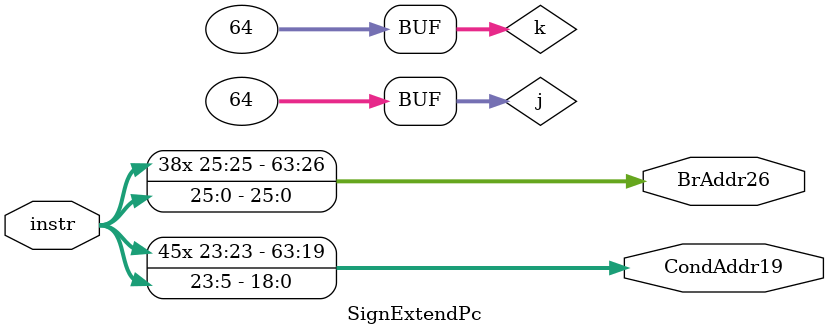
<source format=sv>
`timescale 1 ps / 100 fs

module SignExtendPc (instr, CondAddr19, BrAddr26);

	input logic [31:0]instr;
	output logic [63:0] CondAddr19, BrAddr26;
	
	
	
	integer i,j,k,l;
	
	always_comb begin
	
	CondAddr19[18:0]= instr[23:5];
	BrAddr26[25:0]= instr[25:0];
	

	for (j=19; j<64; j++) begin
		CondAddr19[j]=instr[23];
	end
	
	for (k=26; k<64; k++) begin
		BrAddr26[k]=instr[25];
	end
	
	end
	
endmodule

</source>
